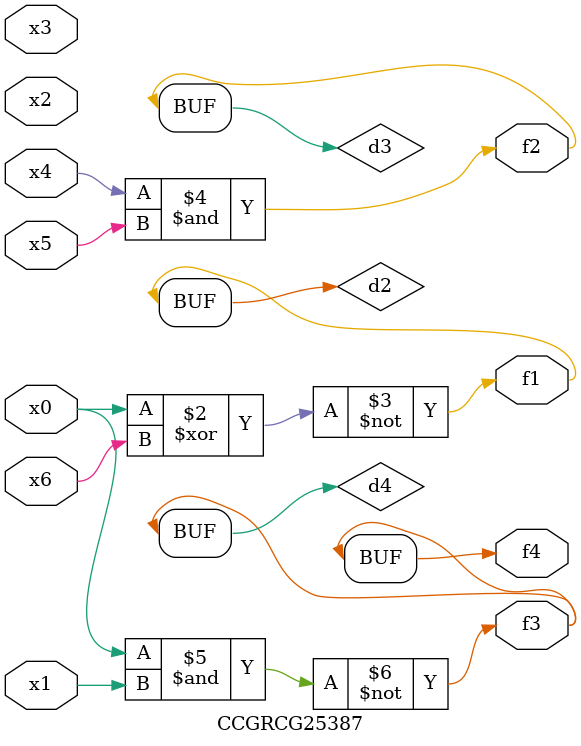
<source format=v>
module CCGRCG25387(
	input x0, x1, x2, x3, x4, x5, x6,
	output f1, f2, f3, f4
);

	wire d1, d2, d3, d4;

	nor (d1, x0);
	xnor (d2, x0, x6);
	and (d3, x4, x5);
	nand (d4, x0, x1);
	assign f1 = d2;
	assign f2 = d3;
	assign f3 = d4;
	assign f4 = d4;
endmodule

</source>
